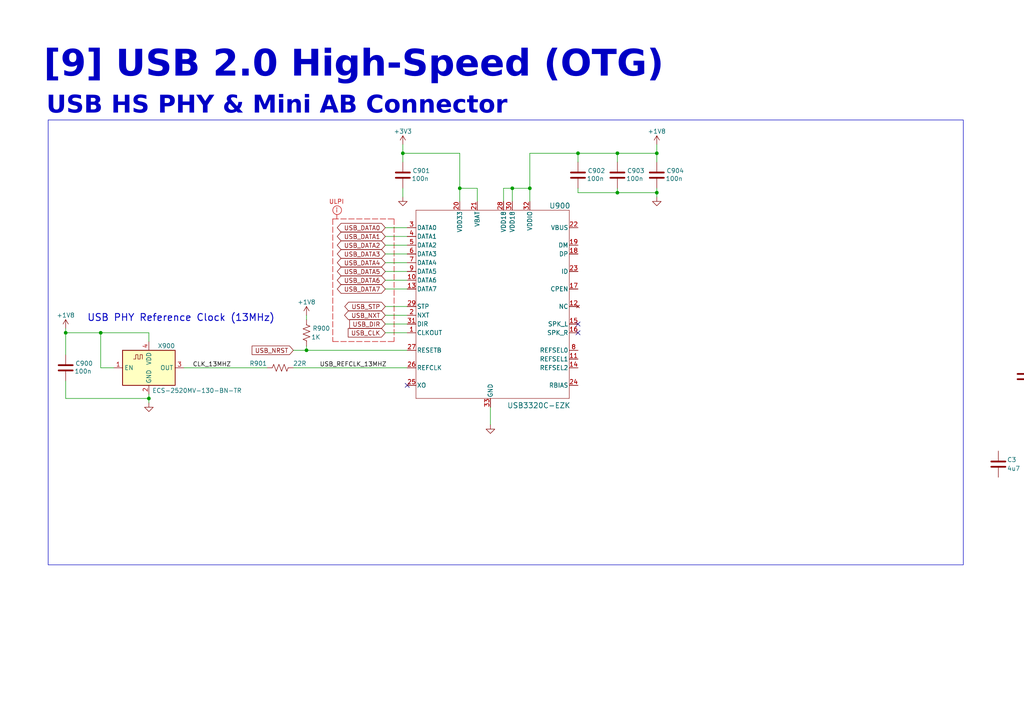
<source format=kicad_sch>
(kicad_sch (version 20231120) (generator "eeschema") (generator_version "8.0")
  (paper "A4")
  (title_block (title "USB 2.0 HS") (date "2023-12-09") (rev "-") (company "Designed By: Dylan Gutierrez"))
  (lib_symbols
    (symbol "Device:C" (pin_numbers hide) (pin_names (offset 0.254))
      (property "Reference" "C" (at 0.635 2.54 0))
      (property "Value" "C" (at 0.635 -2.54 0))
      (symbol "C_0_1"
        (polyline (pts (xy -2.032 -0.762) (xy 2.032 -0.762)) (stroke (width 0.508)))
        (polyline (pts (xy -2.032 0.762) (xy 2.032 0.762)) (stroke (width 0.508)))
      )
      (symbol "C_1_1"
        (pin passive line (at 0 3.81 270) (length 2.794) (name "~") (number "1"))
        (pin passive line (at 0 -3.81 90) (length 2.794) (name "~") (number "2"))
      )
    )
    (symbol "Device:L_Ferrite" (pin_numbers hide) (pin_names (offset 1.016) hide)
      (property "Reference" "L" (at -1.27 0 90))
      (property "Value" "L_Ferrite" (at 2.794 0 90))
      (symbol "L_Ferrite_0_1"
        (arc (start 0 -2.54) (mid 0.6323 -1.905) (end 0 -1.27))
        (arc (start 0 -1.27) (mid 0.6323 -0.635) (end 0 0))
        (polyline (pts (xy 1.016 -2.794) (xy 1.016 -2.286)))
        (polyline (pts (xy 1.016 -1.778) (xy 1.016 -1.27)))
        (polyline (pts (xy 1.016 -0.762) (xy 1.016 -0.254)))
        (polyline (pts (xy 1.016 0.254) (xy 1.016 0.762)))
        (polyline (pts (xy 1.016 1.27) (xy 1.016 1.778)))
        (polyline (pts (xy 1.016 2.286) (xy 1.016 2.794)))
        (polyline (pts (xy 1.524 -2.286) (xy 1.524 -2.794)))
        (polyline (pts (xy 1.524 -1.27) (xy 1.524 -1.778)))
        (polyline (pts (xy 1.524 -0.254) (xy 1.524 -0.762)))
        (polyline (pts (xy 1.524 0.762) (xy 1.524 0.254)))
        (polyline (pts (xy 1.524 1.778) (xy 1.524 1.27)))
        (polyline (pts (xy 1.524 2.794) (xy 1.524 2.286)))
        (arc (start 0 0) (mid 0.6323 0.635) (end 0 1.27))
        (arc (start 0 1.27) (mid 0.6323 1.905) (end 0 2.54))
      )
      (symbol "L_Ferrite_1_1"
        (pin passive line (at 0 3.81 270) (length 1.27) (name "1") (number "1"))
        (pin passive line (at 0 -3.81 90) (length 1.27) (name "2") (number "2"))
      )
    )
    (symbol "Device:R_US" (pin_numbers hide) (pin_names (offset 0))
      (property "Reference" "R" (at 2.54 0 90))
      (property "Value" "R_US" (at -2.54 0 90))
      (symbol "R_US_0_1"
        (polyline (pts (xy 0 -2.286) (xy 0 -2.54)))
        (polyline (pts (xy 0 2.286) (xy 0 2.54)))
        (polyline (pts (xy 0 -0.762) (xy 1.016 -1.143) (xy 0 -1.524) (xy -1.016 -1.905) (xy 0 -2.286)))
        (polyline (pts (xy 0 0.762) (xy 1.016 0.381) (xy 0 0) (xy -1.016 -0.381) (xy 0 -0.762)))
        (polyline (pts (xy 0 2.286) (xy 1.016 1.905) (xy 0 1.524) (xy -1.016 1.143) (xy 0 0.762)))
      )
      (symbol "R_US_1_1"
        (pin passive line (at 0 3.81 270) (length 1.27) (name "~") (number "1"))
        (pin passive line (at 0 -3.81 90) (length 1.27) (name "~") (number "2"))
      )
    )
    (symbol "ZeBra-X:ECS-2520MV-130-BN-TR"
      (property "Reference" "X" (at 2.286 6.096 0))
      (property "Value" "ECS-2520MV-130-BN-TR" (at 1.27 -6.35 0))
      (symbol "ECS-2520MV-130-BN-TR_0_1"
        (rectangle (start -7.62 5.08) (end 7.62 -5.08) (stroke (width 0.254)) (fill (type background)))
        (polyline (pts (xy -4.445 2.54) (xy -3.81 2.54) (xy -3.81 3.81) (xy -3.175 3.81) (xy -3.175 2.54) (xy -2.54 2.54) (xy -2.54 3.81) (xy -1.905 3.81) (xy -1.905 2.54)))
      )
      (symbol "ECS-2520MV-130-BN-TR_1_1"
        (pin input line (at -10.16 0 0) (length 2.54) (name "EN") (number "1"))
        (pin power_in line (at 0 -7.62 90) (length 2.54) (name "GND") (number "2"))
        (pin output line (at 10.16 0 180) (length 2.54) (name "OUT") (number "3"))
        (pin power_in line (at 0 7.62 270) (length 2.54) (name "VDD") (number "4"))
      )
    )
    (symbol "ZeBra-X:USB3320C-EZK" (pin_names (offset 0.254))
      (property "Reference" "U" (at 18.288 12.7 0))
      (property "Value" "USB3320C-EZK" (at 13.97 -44.958 0))
      (symbol "USB3320C-EZK_0_1"
        (polyline (pts (xy -21.59 -43.18) (xy 22.86 -43.18)) (stroke (width 0.127)))
        (polyline (pts (xy -21.59 11.43) (xy -21.59 -43.18)) (stroke (width 0.127)))
        (polyline (pts (xy 22.86 -43.18) (xy 22.86 11.43)) (stroke (width 0.127)))
        (polyline (pts (xy 22.86 11.43) (xy -21.59 11.43)) (stroke (width 0.127)))
        (pin output line (at -24.13 -24.13 0) (length 2.54) (name "CLKOUT") (number "1"))
        (pin bidirectional line (at -24.13 -8.89 0) (length 2.54) (name "DATA6") (number "10"))
        (pin input line (at 25.4 -31.75 180) (length 2.54) (name "REFSEL1") (number "11"))
        (pin no_connect line (at 25.4 -16.51 180) (length 2.54) (name "NC") (number "12"))
        (pin bidirectional line (at -24.13 -11.43 0) (length 2.54) (name "DATA7") (number "13"))
        (pin input line (at 25.4 -34.29 180) (length 2.54) (name "REFSEL2") (number "14"))
        (pin bidirectional line (at 25.4 -21.59 180) (length 2.54) (name "SPK_L") (number "15"))
        (pin bidirectional line (at 25.4 -24.13 180) (length 2.54) (name "SPK_R") (number "16"))
        (pin output line (at 25.4 -11.43 180) (length 2.54) (name "CPEN") (number "17"))
        (pin bidirectional line (at 25.4 -1.27 180) (length 2.54) (name "DP") (number "18"))
        (pin bidirectional line (at 25.4 1.27 180) (length 2.54) (name "DM") (number "19"))
        (pin output line (at -24.13 -19.05 0) (length 2.54) (name "NXT") (number "2"))
        (pin power_in line (at -8.89 13.97 270) (length 2.54) (name "VDD33") (number "20"))
        (pin power_in line (at -3.81 13.97 270) (length 2.54) (name "VBAT") (number "21"))
        (pin bidirectional line (at 25.4 6.35 180) (length 2.54) (name "VBUS") (number "22"))
        (pin input line (at 25.4 -6.35 180) (length 2.54) (name "ID") (number "23"))
        (pin unspecified line (at 25.4 -39.37 180) (length 2.54) (name "RBIAS") (number "24"))
        (pin output line (at -24.13 -39.37 0) (length 2.54) (name "XO") (number "25"))
        (pin input line (at -24.13 -34.29 0) (length 2.54) (name "REFCLK") (number "26"))
        (pin input line (at -24.13 -29.21 0) (length 2.54) (name "RESETB") (number "27"))
        (pin power_in line (at 3.81 13.97 270) (length 2.54) (name "VDD18") (number "28"))
        (pin input line (at -24.13 -16.51 0) (length 2.54) (name "STP") (number "29"))
        (pin bidirectional line (at -24.13 6.35 0) (length 2.54) (name "DATA0") (number "3"))
        (pin power_in line (at 6.35 13.97 270) (length 2.54) (name "VDD18") (number "30"))
        (pin output line (at -24.13 -21.59 0) (length 2.54) (name "DIR") (number "31"))
        (pin power_in line (at 11.43 13.97 270) (length 2.54) (name "VDDIO") (number "32"))
        (pin bidirectional line (at -24.13 3.81 0) (length 2.54) (name "DATA1") (number "4"))
        (pin bidirectional line (at -24.13 1.27 0) (length 2.54) (name "DATA2") (number "5"))
        (pin bidirectional line (at -24.13 -1.27 0) (length 2.54) (name "DATA3") (number "6"))
        (pin bidirectional line (at -24.13 -3.81 0) (length 2.54) (name "DATA4") (number "7"))
        (pin input line (at 25.4 -29.21 180) (length 2.54) (name "REFSEL0") (number "8"))
        (pin bidirectional line (at -24.13 -6.35 0) (length 2.54) (name "DATA5") (number "9"))
      )
      (symbol "USB3320C-EZK_1_1"
        (pin unspecified line (at 0 -45.72 90) (length 2.54) (name "GND") (number "33"))
      )
    )
    (symbol "power:+1V8" (power) (pin_names (offset 0))
      (property "Value" "+1V8" (at 0 3.556 0))
      (symbol "+1V8_0_1"
        (polyline (pts (xy -0.762 1.27) (xy 0 2.54)))
        (polyline (pts (xy 0 0) (xy 0 2.54)))
        (polyline (pts (xy 0 2.54) (xy 0.762 1.27)))
      )
      (symbol "+1V8_1_1"
        (pin power_in line (at 0 0 90) (length 0) hide (name "+1V8") (number "1"))
      )
    )
    (symbol "power:+3V3" (power) (pin_names (offset 0))
      (property "Value" "+3V3" (at 0 3.556 0))
      (symbol "+3V3_0_1"
        (polyline (pts (xy -0.762 1.27) (xy 0 2.54)))
        (polyline (pts (xy 0 0) (xy 0 2.54)))
        (polyline (pts (xy 0 2.54) (xy 0.762 1.27)))
      )
      (symbol "+3V3_1_1"
        (pin power_in line (at 0 0 90) (length 0) hide (name "+3V3") (number "1"))
      )
    )
    (symbol "power:+5V" (power) (pin_names (offset 0))
      (property "Value" "+5V" (at 0 3.556 0))
      (symbol "+5V_0_1"
        (polyline (pts (xy -0.762 1.27) (xy 0 2.54)))
        (polyline (pts (xy 0 0) (xy 0 2.54)))
        (polyline (pts (xy 0 2.54) (xy 0.762 1.27)))
      )
      (symbol "+5V_1_1"
        (pin power_in line (at 0 0 90) (length 0) hide (name "+5V") (number "1"))
      )
    )
    (symbol "power:GND" (power) (pin_names (offset 0))
      (property "Value" "GND" (at 0 -3.81 0))
      (symbol "GND_0_1"
        (polyline (pts (xy 0 0) (xy 0 -1.27) (xy 1.27 -1.27) (xy 0 -2.54) (xy -1.27 -1.27) (xy 0 -1.27)))
      )
      (symbol "GND_1_1"
        (pin power_in line (at 0 0 270) (length 0) hide (name "GND") (number "1"))
      )
    )
  )
  (junction (at 88.9 101.6))
  (junction (at 153.67 54.61))
  (junction (at 167.64 44.45))
  (junction (at 116.84 44.45))
  (junction (at 43.18 115.57))
  (junction (at 29.21 96.52))
  (junction (at 133.35 54.61))
  (junction (at 148.59 54.61))
  (junction (at 179.07 44.45))
  (junction (at 190.5 55.88))
  (junction (at 179.07 55.88))
  (junction (at 19.05 96.52))
  (junction (at 190.5 44.45))
  (no_connect (at 167.64 93.98))
  (no_connect (at 167.64 96.52))
  (no_connect (at 118.11 111.76))
  (polyline (pts (xy 96.52 63.5) (xy 114.3 63.5)) (stroke (width 0) (type dash) (color 194 0 0 1)))
  (wire (pts (xy 118.11 71.12) (xy 111.76 71.12)))
  (wire (pts (xy 118.11 68.58) (xy 111.76 68.58)))
  (wire (pts (xy 148.59 54.61) (xy 148.59 58.42)))
  (wire (pts (xy 29.21 96.52) (xy 43.18 96.52)))
  (wire (pts (xy 116.84 54.61) (xy 116.84 57.15)))
  (wire (pts (xy 118.11 91.44) (xy 111.76 91.44)))
  (wire (pts (xy 133.35 44.45) (xy 133.35 54.61)))
  (wire (pts (xy 111.76 88.9) (xy 118.11 88.9)))
  (wire (pts (xy 88.9 91.44) (xy 88.9 92.71)))
  (wire (pts (xy 116.84 41.91) (xy 116.84 44.45)))
  (wire (pts (xy 118.11 78.74) (xy 111.76 78.74)))
  (wire (pts (xy 85.09 106.68) (xy 118.11 106.68)))
  (wire (pts (xy 19.05 96.52) (xy 29.21 96.52)))
  (wire (pts (xy 190.5 41.91) (xy 190.5 44.45)))
  (wire (pts (xy 88.9 101.6) (xy 88.9 100.33)))
  (wire (pts (xy 179.07 44.45) (xy 190.5 44.45)))
  (polyline (pts (xy 96.52 63.5) (xy 96.52 99.06)) (stroke (width 0) (type dash) (color 194 0 0 1)))
  (wire (pts (xy 85.09 101.6) (xy 88.9 101.6)))
  (wire (pts (xy 116.84 44.45) (xy 116.84 46.99)))
  (wire (pts (xy 19.05 96.52) (xy 19.05 102.87)))
  (wire (pts (xy 153.67 44.45) (xy 167.64 44.45)))
  (polyline (pts (xy 114.3 63.5) (xy 114.3 99.06)) (stroke (width 0) (type dash) (color 194 0 0 1)))
  (wire (pts (xy 138.43 54.61) (xy 133.35 54.61)))
  (wire (pts (xy 190.5 44.45) (xy 190.5 46.99)))
  (polyline (pts (xy 97.6977 63.4843) (xy 97.6977 62.2143)) (stroke (width 0) (type dash) (color 194 0 0 1)))
  (wire (pts (xy 190.5 55.88) (xy 190.5 57.15)))
  (wire (pts (xy 179.07 55.88) (xy 190.5 55.88)))
  (wire (pts (xy 19.05 95.25) (xy 19.05 96.52)))
  (wire (pts (xy 148.59 54.61) (xy 153.67 54.61)))
  (wire (pts (xy 167.64 44.45) (xy 167.64 46.99)))
  (wire (pts (xy 118.11 76.2) (xy 111.76 76.2)))
  (wire (pts (xy 118.11 73.66) (xy 111.76 73.66)))
  (wire (pts (xy 88.9 101.6) (xy 118.11 101.6)))
  (wire (pts (xy 190.5 55.88) (xy 190.5 54.61)))
  (wire (pts (xy 43.18 99.06) (xy 43.18 96.52)))
  (wire (pts (xy 146.05 58.42) (xy 146.05 54.61)))
  (wire (pts (xy 53.34 106.68) (xy 77.47 106.68)))
  (wire (pts (xy 116.84 44.45) (xy 133.35 44.45)))
  (wire (pts (xy 43.18 115.57) (xy 43.18 114.3)))
  (wire (pts (xy 118.11 93.98) (xy 111.76 93.98)))
  (polyline (pts (xy 96.52 99.06) (xy 114.3 99.06)) (stroke (width 0) (type dash) (color 194 0 0 1)))
  (wire (pts (xy 179.07 54.61) (xy 179.07 55.88)))
  (wire (pts (xy 133.35 54.61) (xy 133.35 58.42)))
  (wire (pts (xy 138.43 58.42) (xy 138.43 54.61)))
  (wire (pts (xy 167.64 55.88) (xy 179.07 55.88)))
  (wire (pts (xy 29.21 106.68) (xy 29.21 96.52)))
  (wire (pts (xy 167.64 54.61) (xy 167.64 55.88)))
  (wire (pts (xy 153.67 54.61) (xy 153.67 58.42)))
  (wire (pts (xy 19.05 110.49) (xy 19.05 115.57)))
  (wire (pts (xy 19.05 115.57) (xy 43.18 115.57)))
  (wire (pts (xy 43.18 115.57) (xy 43.18 116.84)))
  (wire (pts (xy 118.11 83.82) (xy 111.76 83.82)))
  (wire (pts (xy 142.24 118.11) (xy 142.24 123.19)))
  (wire (pts (xy 167.64 44.45) (xy 179.07 44.45)))
  (wire (pts (xy 146.05 54.61) (xy 148.59 54.61)))
  (wire (pts (xy 118.11 81.28) (xy 111.76 81.28)))
  (wire (pts (xy 153.67 54.61) (xy 153.67 44.45)))
  (wire (pts (xy 118.11 66.04) (xy 111.76 66.04)))
  (wire (pts (xy 118.11 96.52) (xy 111.76 96.52)))
  (wire (pts (xy 33.02 106.68) (xy 29.21 106.68)))
  (wire (pts (xy 179.07 44.45) (xy 179.07 46.99)))
  (rectangle (start 13.97 34.798) (end 279.4 163.83))
  (circle (center 97.79 60.96) (radius 1.27) (stroke (width 0) (color 194 0 0 1)))
  (text "USB PHY Reference Clock (13MHz)" (at 79.756 93.472 0) (effects (font (size 2.032 2.032) (thickness 0.254) (bold yes)) (justify right bottom)))
  (text "i" (at 97.282 61.976 0) (effects (font (size 1.27 1.27)) (justify left bottom)))
  (text "ULPI\n" (at 99.822 59.436 0) (effects (font (size 1.27 1.27)) (justify right bottom)))
  (text "[9] USB 2.0 High-Speed (OTG)" (at 12.7 25.4 0) (effects (font (size 7.62 7.62) (thickness 1.016) (bold yes)) (justify left bottom)))
  (text "USB HS PHY & Mini AB Connector" (at 13.462 35.052 0) (effects (font (size 5.08 5.08) (thickness 0.508) (bold yes) (italic yes)) (justify left bottom)))
  (label "USB_REFCLK_13MHZ" (at 92.71 106.68 0))
  (label "CLK_13MHZ" (at 55.88 106.68 0))
  (global_label "USB_CLK" (shape input) (at 111.76 96.52 180) (property "Intersheetrefs" "${INTERSHEET_REFS}" (effects (hide yes))))
  (global_label "USB_DATA4" (shape bidirectional) (at 111.76 76.2 180) (property "Intersheetrefs" "${INTERSHEET_REFS}" (effects (hide yes))))
  (global_label "USB_NRST" (shape input) (at 85.09 101.6 180) (property "Intersheetrefs" "${INTERSHEET_REFS}" (effects (hide yes))))
  (global_label "USB_DATA5" (shape bidirectional) (at 111.76 78.74 180) (property "Intersheetrefs" "${INTERSHEET_REFS}" (effects (hide yes))))
  (global_label "USB_DATA2" (shape bidirectional) (at 111.76 71.12 180) (property "Intersheetrefs" "${INTERSHEET_REFS}" (effects (hide yes))))
  (global_label "USB_STP" (shape bidirectional) (at 111.76 88.9 180) (property "Intersheetrefs" "${INTERSHEET_REFS}" (effects (hide yes))))
  (global_label "USB_DATA0" (shape bidirectional) (at 111.76 66.04 180) (property "Intersheetrefs" "${INTERSHEET_REFS}" (effects (hide yes))))
  (global_label "USB_DATA7" (shape bidirectional) (at 111.76 83.82 180) (property "Intersheetrefs" "${INTERSHEET_REFS}" (effects (hide yes))))
  (global_label "USB_NXT" (shape bidirectional) (at 111.76 91.44 180) (property "Intersheetrefs" "${INTERSHEET_REFS}" (effects (hide yes))))
  (global_label "USB_DATA1" (shape bidirectional) (at 111.76 68.58 180) (property "Intersheetrefs" "${INTERSHEET_REFS}" (effects (hide yes))))
  (global_label "USB_DIR" (shape input) (at 111.76 93.98 180) (property "Intersheetrefs" "${INTERSHEET_REFS}" (effects (hide yes))))
  (global_label "USB_DATA6" (shape bidirectional) (at 111.76 81.28 180) (property "Intersheetrefs" "${INTERSHEET_REFS}" (effects (hide yes))))
  (global_label "USB_DATA3" (shape bidirectional) (at 111.76 73.66 180) (property "Intersheetrefs" "${INTERSHEET_REFS}" (effects (hide yes))))
  (symbol (lib_id "Device:R_US") (at 314.96 77.47 90) (unit 1)
    (property "Reference" "R4" (at 317.5 74.93 90) (effects (justify left)))
    (property "Value" "12K" (at 316.23 80.01 90) (effects (justify left)))
    (property "Footprint" "Resistor_SMD:R_0402_1005Metric" (effects (hide yes)))
    (property "Datasheet" "https://datasheet.lcsc.com/lcsc/2304140030_RALEC-RTT021202FTH_C102781.pdf" (effects (hide yes)))
    (property "Description" "62.5mW Thick Film Resistors ±100ppm/℃ ±1% 12kΩ 0402 Chip Resistor - Surface Mount ROHS" (effects (hide yes)))
    (property "Distributor Link" "https://www.lcsc.com/product-detail/Chip-Resistor-Surface-Mount_RALEC-RTT021202FTH_C102781.html" (effects (hide yes)))
    (property "LCSC PN" "C102781" (effects (hide yes)))
    (property "Manufacturer" "RALEC" (effects (hide yes)))
    (property "Manufacturer PN" "RTT021202FTH" (effects (hide yes)))
  )
  (symbol (lib_id "Device:R_US") (at 81.28 106.68 90) (unit 1)
    (property "Reference" "R901" (at 77.47 105.41 90) (effects (justify left)))
    (property "Value" "22R" (at 88.9 105.41 90) (effects (justify left)))
    (property "Footprint" "Resistor_SMD:R_0402_1005Metric" (effects (hide yes)))
    (property "Datasheet" "https://datasheet.lcsc.com/lcsc/2304140030_YAGEO-RC0402FR-0722RL_C114765.pdf" (effects (hide yes)))
    (property "Description" "62.5mW Thick Film Resistors 50V ±100ppm/℃ ±1% 22Ω 0402 Chip Resistor - Surface Mount" (effects (hide yes)))
    (property "Distributor Link" "https://www.lcsc.com/product-detail/Chip-Resistor-Surface-Mount_YAGEO-RC0402FR-0722RL_C114765.html" (effects (hide yes)))
    (property "LCSC PN" "C114765" (effects (hide yes)))
    (property "Manufacturer" "YAGEO" (effects (hide yes)))
    (property "Manufacturer PN" "RC0402FR-0722RL" (effects (hide yes)))
  )
  (symbol (lib_id "Device:C") (at 19.05 106.68 0) (unit 1)
    (property "Reference" "C900" (at 21.844 105.41 0) (effects (justify left)))
    (property "Value" "100n" (at 21.59 107.696 0) (effects (justify left)))
    (property "Footprint" "Capacitor_SMD:C_0402_1005Metric" (effects (hide yes)))
    (property "Datasheet" "https://datasheet.lcsc.com/lcsc/2304140030_YAGEO-CC0402KRX5R8BB104_C106256.pdf" (effects (hide yes)))
    (property "Description" "25V 100nF X5R ±10% 0402 Multilayer Ceramic Capacitors MLCC - SMD/SMT ROHS" (effects (hide yes)))
    (property "Distributor Link" "https://www.lcsc.com/product-detail/Multilayer-Ceramic-Capacitors-MLCC-SMD-SMT_YAGEO-CC0402KRX5R8BB104_C106256.html" (effects (hide yes)))
    (property "LCSC PN" "C106256" (effects (hide yes)))
    (property "Manufacturer" "YAGEO" (effects (hide yes)))
    (property "Manufacturer PN" "CC0402KRX5R8BB104" (effects (hide yes)))
  )
  (symbol (lib_id "power:+1V8") (at 190.5 41.91 0) (unit 1)
    (property "Reference" "#PWR0199" (effects (hide yes)))
    (property "Value" "+1V8" (at 190.5 38.1 0))
  )
  (symbol (lib_id "Device:C") (at 179.07 50.8 0) (unit 1)
    (property "Reference" "C903" (at 181.864 49.53 0) (effects (justify left)))
    (property "Value" "100n" (at 181.61 51.816 0) (effects (justify left)))
    (property "Footprint" "Capacitor_SMD:C_0402_1005Metric" (effects (hide yes)))
    (property "Datasheet" "https://datasheet.lcsc.com/lcsc/2304140030_YAGEO-CC0402KRX5R8BB104_C106256.pdf" (effects (hide yes)))
    (property "Description" "25V 100nF X5R ±10% 0402 Multilayer Ceramic Capacitors MLCC - SMD/SMT ROHS" (effects (hide yes)))
    (property "Distributor Link" "https://www.lcsc.com/product-detail/Multilayer-Ceramic-Capacitors-MLCC-SMD-SMT_YAGEO-CC0402KRX5R8BB104_C106256.html" (effects (hide yes)))
    (property "LCSC PN" "C106256" (effects (hide yes)))
    (property "Manufacturer" "YAGEO" (effects (hide yes)))
    (property "Manufacturer PN" "CC0402KRX5R8BB104" (effects (hide yes)))
  )
  (symbol (lib_id "Device:L_Ferrite") (at 306.07 127 90) (unit 1)
    (property "Reference" "FB2" (at 306.07 124.46 90))
    (property "Value" "120R" (at 306.07 128.27 90))
    (property "Footprint" "Inductor_SMD:L_0402_1005Metric" (effects (hide yes)))
    (property "Datasheet" "https://datasheet.lcsc.com/lcsc/2304140030_Murata-Electronics-BLM15PX121SN1D_C88970.pdf" (effects (hide yes)))
    (property "Description" "55mΩ ±25% 120Ω@100MHz 0402 Ferrite Beads" (effects (hide yes)))
    (property "Distributor Link" "https://www.lcsc.com/product-detail/Ferrite-Beads_Murata-Electronics-BLM15PX121SN1D_C88970.html" (effects (hide yes)))
    (property "LCSC PN" "C88970" (effects (hide yes)))
    (property "Manufacturer" "Murata" (effects (hide yes)))
    (property "Manufacturer PN" "BLM15PX121SN1D" (effects (hide yes)))
  )
  (symbol (lib_id "Device:R_US") (at 88.9 96.52 180) (unit 1)
    (property "Reference" "R900" (at 95.758 95.25 0) (effects (justify left)))
    (property "Value" "1K" (at 92.964 97.79 0) (effects (justify left)))
    (property "Footprint" "Resistor_SMD:R_0402_1005Metric" (effects (hide yes)))
    (property "Datasheet" "https://datasheet.lcsc.com/lcsc/2304140030_YAGEO-RC0402FR-071KL_C106235.pdf" (effects (hide yes)))
    (property "Description" "62.5mW Thick Film Resistors ±100ppm/℃ ±1% 1kΩ 0402 Chip Resistor - Surface Mount ROHS" (effects (hide yes)))
    (property "Distributor Link" "https://www.lcsc.com/product-detail/Chip-Resistor-Surface-Mount_YAGEO-RC0402FR-071KL_C106235.html" (effects (hide yes)))
    (property "LCSC PN" "C106235" (effects (hide yes)))
    (property "Manufacturer" "YAGEO" (effects (hide yes)))
    (property "Manufacturer PN" "RC0402FR-071KL" (effects (hide yes)))
  )
  (symbol (lib_id "Device:C") (at 297.18 109.22 0) (unit 1)
    (property "Reference" "C1" (at 299.72 107.95 0) (effects (justify left)))
    (property "Value" "4u7" (at 299.72 110.49 0) (effects (justify left)))
    (property "Footprint" "Capacitor_SMD:C_0402_1005Metric" (effects (hide yes)))
    (property "Datasheet" "https://datasheet.lcsc.com/lcsc/2304140030_Samsung-Electro-Mechanics-CL05A475MP5NRNC_C23733.pdf" (effects (hide yes)))
    (property "Description" "10V 4.7uF X5R ±20% 0402 Multilayer Ceramic Capacitors MLCC - SMD/SMT ROHS" (effects (hide yes)))
    (property "Distributor Link" "https://www.lcsc.com/product-detail/Multilayer-Ceramic-Capacitors-MLCC-SMD-SMT_Samsung-Electro-Mechanics-CL05A475MP5NRNC_C23733.html" (effects (hide yes)))
    (property "LCSC PN" "C23733" (effects (hide yes)))
    (property "Manufacturer" "Samsung" (effects (hide yes)))
    (property "Manufacturer PN" "CL05A475MP5NRNC" (effects (hide yes)))
  )
  (symbol (lib_id "power:+1V8") (at 19.05 95.25 0) (unit 1)
    (property "Reference" "#PWR0192" (effects (hide yes)))
    (property "Value" "+1V8" (at 19.05 91.44 0))
  )
  (symbol (lib_id "Device:C") (at 116.84 50.8 0) (unit 1)
    (property "Reference" "C901" (at 119.634 49.53 0) (effects (justify left)))
    (property "Value" "100n" (at 119.38 51.816 0) (effects (justify left)))
    (property "Footprint" "Capacitor_SMD:C_0402_1005Metric" (effects (hide yes)))
    (property "Datasheet" "https://datasheet.lcsc.com/lcsc/2304140030_YAGEO-CC0402KRX5R8BB104_C106256.pdf" (effects (hide yes)))
    (property "Description" "25V 100nF X5R ±10% 0402 Multilayer Ceramic Capacitors MLCC - SMD/SMT ROHS" (effects (hide yes)))
    (property "Distributor Link" "https://www.lcsc.com/product-detail/Multilayer-Ceramic-Capacitors-MLCC-SMD-SMT_YAGEO-CC0402KRX5R8BB104_C106256.html" (effects (hide yes)))
    (property "LCSC PN" "C106256" (effects (hide yes)))
    (property "Manufacturer" "YAGEO" (effects (hide yes)))
    (property "Manufacturer PN" "CC0402KRX5R8BB104" (effects (hide yes)))
  )
  (symbol (lib_id "power:+5V") (at 325.12 62.23 0) (unit 1)
    (property "Reference" "#PWR0194" (effects (hide yes)))
    (property "Value" "+5V" (at 325.12 58.42 0))
  )
  (symbol (lib_id "Device:C") (at 190.5 50.8 0) (unit 1)
    (property "Reference" "C904" (at 193.294 49.53 0) (effects (justify left)))
    (property "Value" "100n" (at 193.04 51.816 0) (effects (justify left)))
    (property "Footprint" "Capacitor_SMD:C_0402_1005Metric" (effects (hide yes)))
    (property "Datasheet" "https://datasheet.lcsc.com/lcsc/2304140030_YAGEO-CC0402KRX5R8BB104_C106256.pdf" (effects (hide yes)))
    (property "Description" "25V 100nF X5R ±10% 0402 Multilayer Ceramic Capacitors MLCC - SMD/SMT ROHS" (effects (hide yes)))
    (property "Distributor Link" "https://www.lcsc.com/product-detail/Multilayer-Ceramic-Capacitors-MLCC-SMD-SMT_YAGEO-CC0402KRX5R8BB104_C106256.html" (effects (hide yes)))
    (property "LCSC PN" "C106256" (effects (hide yes)))
    (property "Manufacturer" "YAGEO" (effects (hide yes)))
    (property "Manufacturer PN" "CC0402KRX5R8BB104" (effects (hide yes)))
  )
  (symbol (lib_id "power:GND") (at 190.5 57.15 0) (unit 1)
    (property "Reference" "#PWR0200" (effects (hide yes)))
    (property "Value" "GND" (effects (hide yes)))
  )
  (symbol (lib_id "Device:C") (at 167.64 50.8 0) (unit 1)
    (property "Reference" "C902" (at 170.434 49.53 0) (effects (justify left)))
    (property "Value" "100n" (at 170.18 51.816 0) (effects (justify left)))
    (property "Footprint" "Capacitor_SMD:C_0402_1005Metric" (effects (hide yes)))
    (property "Datasheet" "https://datasheet.lcsc.com/lcsc/2304140030_YAGEO-CC0402KRX5R8BB104_C106256.pdf" (effects (hide yes)))
    (property "Description" "25V 100nF X5R ±10% 0402 Multilayer Ceramic Capacitors MLCC - SMD/SMT ROHS" (effects (hide yes)))
    (property "Distributor Link" "https://www.lcsc.com/product-detail/Multilayer-Ceramic-Capacitors-MLCC-SMD-SMT_YAGEO-CC0402KRX5R8BB104_C106256.html" (effects (hide yes)))
    (property "LCSC PN" "C106256" (effects (hide yes)))
    (property "Manufacturer" "YAGEO" (effects (hide yes)))
    (property "Manufacturer PN" "CC0402KRX5R8BB104" (effects (hide yes)))
  )
  (symbol (lib_id "ZeBra-X:ECS-2520MV-130-BN-TR") (at 43.18 106.68 0) (unit 1)
    (property "Reference" "X900" (at 48.26 100.33 0))
    (property "Value" "ECS-2520MV-130-BN-TR" (at 57.15 113.284 0))
    (property "Footprint" "Oscillator:Oscillator_SMD_ECS_2520MV-xxx-xx-4Pin_2.5x2.0mm" (effects (hide yes)))
    (property "Datasheet" "https://www.ecsxtal.com/store/pdf/ECS-2520MV.pdf" (effects (hide yes)))
    (property "Description" "XTAL OSC XO 13.0000MHZ CMOS SMD" (effects (hide yes)))
    (property "Distributor Link" "https://www.digikey.com/en/products/detail/ecs-inc/ecs-2520mv-130-bn-tr/13532118?_gl=1*pkc9pi*_up*MQ..*_gs*MQ..&gclid=Cj0KCQiAv628BhC2ARIsAIJIiK_gC5z4fVgKeGw85gbylbf80bbv2gx8Tdjn1h0ffjvb1ZfNebJjHEwaAgYrEALw_wcB&gclsrc=aw.ds" (effects (hide yes)))
    (property "Manufacturer" "ECS" (effects (hide yes)))
    (property "Manufacturer PN" "ECS-2520MV-130-BN-TR" (effects (hide yes)))
  )
  (symbol (lib_id "power:GND") (at 43.18 116.84 0) (unit 1)
    (property "Reference" "#PWR0195" (effects (hide yes)))
    (property "Value" "GND" (effects (hide yes)))
  )
  (symbol (lib_id "power:GND") (at 116.84 57.15 0) (unit 1)
    (property "Reference" "#PWR0198" (effects (hide yes)))
    (property "Value" "GND" (effects (hide yes)))
  )
  (symbol (lib_id "ZeBra-X:USB3320C-EZK") (at 142.24 72.39 0) (unit 1)
    (property "Reference" "U900" (at 159.258 59.69 0) (effects (font (size 1.524 1.524)) (justify left)))
    (property "Value" "USB3320C-EZK" (at 147.066 117.602 0) (effects (font (size 1.524 1.524)) (justify left)))
    (property "Footprint" "ZeBra_footprints:QFN32_5X5MC_MCH" (effects (hide yes)))
    (property "Datasheet" "USB3320C-EZK" (effects (hide yes)))
    (property "Description" "1/1 Transceiver Half USB 2.0 32-QFN (5x5)" (effects (hide yes)))
    (property "Manufacturer" "Microchip Technology" (effects (hide yes)))
    (property "Manufacturer PN" "USB3320C-EZK" (effects (hide yes)))
    (property "LCSC PN" "C52447" (effects (hide yes)))
  )
  (symbol (lib_id "power:+3V3") (at 116.84 41.91 0) (unit 1)
    (property "Reference" "#PWR0193" (effects (hide yes)))
    (property "Value" "+3V3" (at 116.84 38.1 0))
  )
  (symbol (lib_id "power:+1V8") (at 88.9 91.44 0) (unit 1)
    (property "Reference" "#PWR0196" (effects (hide yes)))
    (property "Value" "+1V8" (at 88.9 87.63 0))
  )
  (symbol (lib_id "power:GND") (at 142.24 123.19 0) (unit 1)
    (property "Reference" "#PWR0197" (effects (hide yes)))
    (property "Value" "GND" (effects (hide yes)))
  )
  (symbol (lib_id "Device:C") (at 322.58 134.62 0) (unit 1)
    (property "Reference" "C4" (at 325.12 133.35 0) (effects (justify left)))
    (property "Value" "4u7" (at 325.12 135.89 0) (effects (justify left)))
    (property "Footprint" "Capacitor_SMD:C_0402_1005Metric" (effects (hide yes)))
    (property "Datasheet" "https://datasheet.lcsc.com/lcsc/2304140030_Samsung-Electro-Mechanics-CL05A475MP5NRNC_C23733.pdf" (effects (hide yes)))
    (property "Description" "10V 4.7uF X5R ±20% 0402 Multilayer Ceramic Capacitors MLCC - SMD/SMT ROHS" (effects (hide yes)))
    (property "Distributor Link" "https://www.lcsc.com/product-detail/Multilayer-Ceramic-Capacitors-MLCC-SMD-SMT_Samsung-Electro-Mechanics-CL05A475MP5NRNC_C23733.html" (effects (hide yes)))
    (property "LCSC PN" "C23733" (effects (hide yes)))
    (property "Manufacturer" "Samsung" (effects (hide yes)))
    (property "Manufacturer PN" "CL05A475MP5NRNC" (effects (hide yes)))
  )
  (symbol (lib_id "Device:R_US") (at 326.39 113.03 270) (mirror x) (unit 1)
    (property "Reference" "R3" (at 323.85 110.49 90) (effects (justify left)))
    (property "Value" "510R" (at 324.104 115.57 90) (effects (justify left)))
    (property "Footprint" "Resistor_SMD:R_0402_1005Metric" (effects (hide yes)))
    (property "Datasheet" "https://datasheet.lcsc.com/lcsc/2304140030_YAGEO-RC0402FR-07510RL_C276273.pdf" (effects (hide yes)))
    (property "Description" "62.5mW Thick Film Resistors ±100ppm/℃ ±1% 510Ω 0402 Chip Resistor - Surface Mount ROHS" (effects (hide yes)))
    (property "Distributor Link" "https://www.lcsc.com/product-detail/Chip-Resistor-Surface-Mount_YAGEO-RC0402FR-07510RL_C276273.html" (effects (hide yes)))
    (property "LCSC PN" "C276273" (effects (hide yes)))
    (property "Manufacturer" "YAGEO" (effects (hide yes)))
    (property "Manufacturer PN" "RC0402FR-07510RL" (effects (hide yes)))
  )
  (symbol (lib_id "Device:R_US") (at 303.53 92.71 0) (unit 1)
    (property "Reference" "R1" (at 304.8 91.44 0) (effects (justify left)))
    (property "Value" "4K7" (at 304.8 93.98 0) (effects (justify left)))
    (property "Footprint" "Resistor_SMD:R_0402_1005Metric" (effects (hide yes)))
    (property "Datasheet" "https://datasheet.lcsc.com/lcsc/2304140030_YAGEO-RC0402FR-074K7L_C105871.pdf" (effects (hide yes)))
    (property "Description" "62.5mW Thick Film Resistors ±100ppm/℃ ±1% 4.7kΩ 0402 Chip Resistor - Surface Mount ROHS" (effects (hide yes)))
    (property "Distributor Link" "https://www.lcsc.com/product-detail/Chip-Resistor-Surface-Mount_YAGEO-RC0402FR-074K7L_C105871.html" (effects (hide yes)))
    (property "LCSC PN" "C105871" (effects (hide yes)))
    (property "Manufacturer" "YAGEO" (effects (hide yes)))
    (property "Manufacturer PN" "RC0402FR-074K7L" (effects (hide yes)))
  )
  (symbol (lib_id "Device:C") (at 289.56 134.62 0) (unit 1)
    (property "Reference" "C3" (at 292.1 133.35 0) (effects (justify left)))
    (property "Value" "4u7" (at 292.1 135.89 0) (effects (justify left)))
    (property "Footprint" "Capacitor_SMD:C_0402_1005Metric" (effects (hide yes)))
    (property "Datasheet" "https://datasheet.lcsc.com/lcsc/2304140030_Samsung-Electro-Mechanics-CL05A475MP5NRNC_C23733.pdf" (effects (hide yes)))
    (property "Description" "10V 4.7uF X5R ±20% 0402 Multilayer Ceramic Capacitors MLCC - SMD/SMT ROHS" (effects (hide yes)))
    (property "Distributor Link" "https://www.lcsc.com/product-detail/Multilayer-Ceramic-Capacitors-MLCC-SMD-SMT_Samsung-Electro-Mechanics-CL05A475MP5NRNC_C23733.html" (effects (hide yes)))
    (property "LCSC PN" "C23733" (effects (hide yes)))
    (property "Manufacturer" "Samsung" (effects (hide yes)))
    (property "Manufacturer PN" "CL05A475MP5NRNC" (effects (hide yes)))
  )
)
</source>
